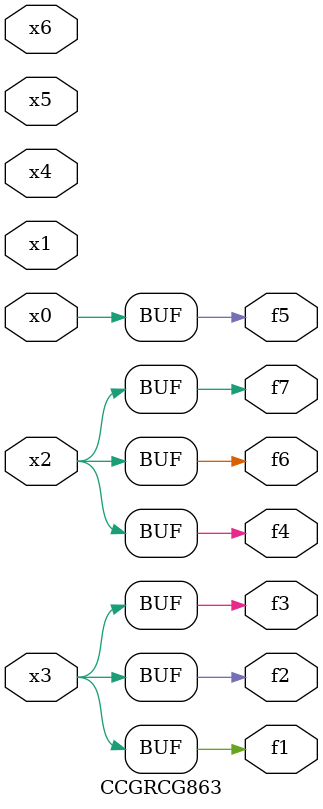
<source format=v>
module CCGRCG863(
	input x0, x1, x2, x3, x4, x5, x6,
	output f1, f2, f3, f4, f5, f6, f7
);
	assign f1 = x3;
	assign f2 = x3;
	assign f3 = x3;
	assign f4 = x2;
	assign f5 = x0;
	assign f6 = x2;
	assign f7 = x2;
endmodule

</source>
